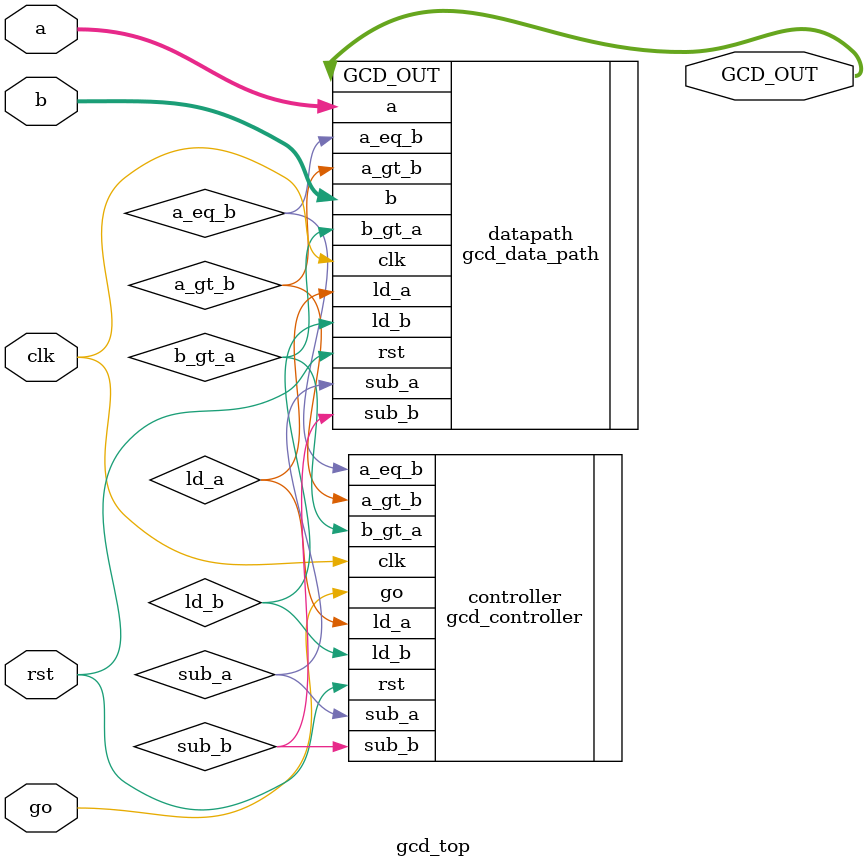
<source format=v>
module gcd_top (
    input clk,
    input rst,
    input go,
    input [31:0] a,
    input [31:0] b,
    output [31:0] GCD_OUT
);

    // Internal wires for control signals
    wire ld_a, ld_b, sub_a, sub_b;
    wire a_gt_b, b_gt_a, a_eq_b;

    // Instantiate gcd_data_path module
    gcd_data_path datapath (
        .clk(clk),
        .rst(rst),
        .ld_a(ld_a),
        .ld_b(ld_b),
        .sub_a(sub_a),
        .sub_b(sub_b),
        .a(a),
        .b(b),
        .a_gt_b(a_gt_b),
        .b_gt_a(b_gt_a),
        .a_eq_b(a_eq_b),
        .GCD_OUT(GCD_OUT)
    );

    // Instantiate gcd_controller module
    gcd_controller controller (
        .clk(clk),
        .rst(rst),
        .a_gt_b(a_gt_b),
        .b_gt_a(b_gt_a),
        .a_eq_b(a_eq_b),
        .go(go),
        .ld_a(ld_a),
        .ld_b(ld_b),
        .sub_a(sub_a),
        .sub_b(sub_b)
    );

endmodule

</source>
